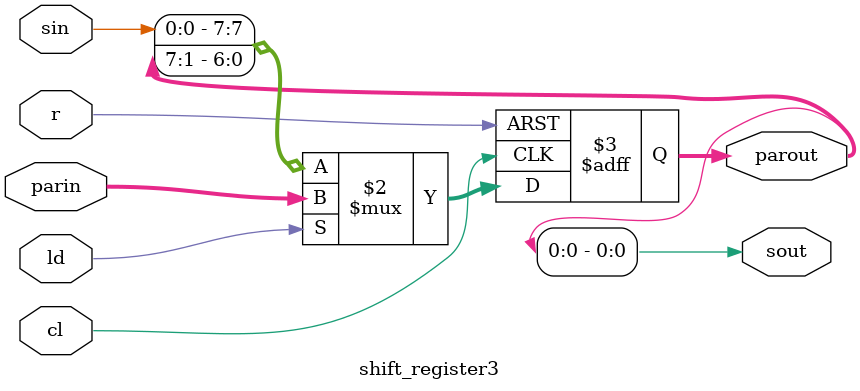
<source format=sv>
`timescale 1ns/1ns
module shift_register3 (input cl,r,ld,sin, input [7:0] parin, output sout, output logic [7:0] parout);
	always @(posedge cl, posedge r) begin
		if (r)
			parout <= 8'b0;
		else
			parout <= ld ? parin : {sin, parout[7:1]};
	end
	assign sout = parout[0];
endmodule
</source>
